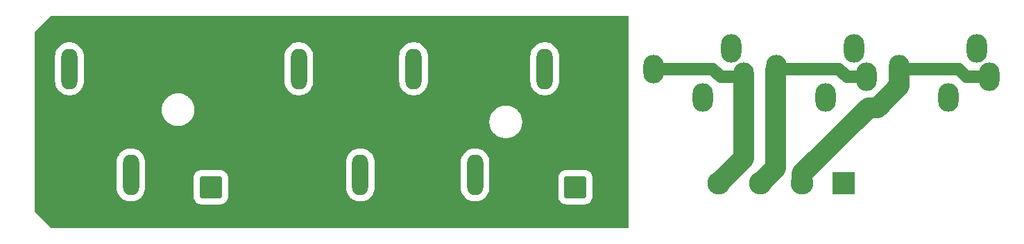
<source format=gbr>
%TF.GenerationSoftware,KiCad,Pcbnew,7.0.7*%
%TF.CreationDate,2023-09-16T18:41:48+02:00*%
%TF.ProjectId,dew_connector_pcb,6465775f-636f-46e6-9e65-63746f725f70,rev?*%
%TF.SameCoordinates,Original*%
%TF.FileFunction,Copper,L2,Bot*%
%TF.FilePolarity,Positive*%
%FSLAX46Y46*%
G04 Gerber Fmt 4.6, Leading zero omitted, Abs format (unit mm)*
G04 Created by KiCad (PCBNEW 7.0.7) date 2023-09-16 18:41:48*
%MOMM*%
%LPD*%
G01*
G04 APERTURE LIST*
G04 Aperture macros list*
%AMRoundRect*
0 Rectangle with rounded corners*
0 $1 Rounding radius*
0 $2 $3 $4 $5 $6 $7 $8 $9 X,Y pos of 4 corners*
0 Add a 4 corners polygon primitive as box body*
4,1,4,$2,$3,$4,$5,$6,$7,$8,$9,$2,$3,0*
0 Add four circle primitives for the rounded corners*
1,1,$1+$1,$2,$3*
1,1,$1+$1,$4,$5*
1,1,$1+$1,$6,$7*
1,1,$1+$1,$8,$9*
0 Add four rect primitives between the rounded corners*
20,1,$1+$1,$2,$3,$4,$5,0*
20,1,$1+$1,$4,$5,$6,$7,0*
20,1,$1+$1,$6,$7,$8,$9,0*
20,1,$1+$1,$8,$9,$2,$3,0*%
G04 Aperture macros list end*
%TA.AperFunction,ComponentPad*%
%ADD10O,2.000000X5.000000*%
%TD*%
%TA.AperFunction,ComponentPad*%
%ADD11O,5.000000X2.000000*%
%TD*%
%TA.AperFunction,ComponentPad*%
%ADD12O,2.500000X3.500000*%
%TD*%
%TA.AperFunction,ComponentPad*%
%ADD13RoundRect,0.250001X1.099999X-1.099999X1.099999X1.099999X-1.099999X1.099999X-1.099999X-1.099999X0*%
%TD*%
%TA.AperFunction,ComponentPad*%
%ADD14C,2.700000*%
%TD*%
%TA.AperFunction,ComponentPad*%
%ADD15R,2.780000X2.780000*%
%TD*%
%TA.AperFunction,ComponentPad*%
%ADD16C,2.780000*%
%TD*%
%TA.AperFunction,Conductor*%
%ADD17C,1.500000*%
%TD*%
%TA.AperFunction,Conductor*%
%ADD18C,2.500000*%
%TD*%
G04 APERTURE END LIST*
D10*
%TO.P,J23,1*%
%TO.N,+12V*%
X103750000Y-69000000D03*
D11*
%TO.P,J23,2*%
%TO.N,GND*%
X100000000Y-65250000D03*
D10*
%TO.P,J23,MP,MountPin*%
X96250000Y-69000000D03*
%TD*%
%TO.P,J11,1*%
%TO.N,+15V*%
X61750000Y-69000000D03*
D11*
%TO.P,J11,2*%
%TO.N,GND*%
X58000000Y-65250000D03*
D10*
%TO.P,J11,MP,MountPin*%
X54250000Y-69000000D03*
%TD*%
%TO.P,J30,1*%
%TO.N,+12L*%
X112250000Y-56000000D03*
D11*
%TO.P,J30,2*%
%TO.N,GND*%
X116000000Y-59750000D03*
D10*
%TO.P,J30,MP,MountPin*%
X119750000Y-56000000D03*
%TD*%
%TO.P,J20,1*%
%TO.N,+12V*%
X82250000Y-56000000D03*
D11*
%TO.P,J20,2*%
%TO.N,GND*%
X86000000Y-59750000D03*
D10*
%TO.P,J20,MP,MountPin*%
X89750000Y-56000000D03*
%TD*%
%TO.P,J21,1*%
%TO.N,+12V*%
X89750000Y-69000000D03*
D11*
%TO.P,J21,2*%
%TO.N,GND*%
X86000000Y-65250000D03*
D10*
%TO.P,J21,MP,MountPin*%
X82250000Y-69000000D03*
%TD*%
%TO.P,J22,1*%
%TO.N,+12V*%
X96250000Y-56000000D03*
D11*
%TO.P,J22,2*%
%TO.N,GND*%
X100000000Y-59750000D03*
D10*
%TO.P,J22,MP,MountPin*%
X103750000Y-56000000D03*
%TD*%
%TO.P,J10,1*%
%TO.N,+15V*%
X54250000Y-56000000D03*
D11*
%TO.P,J10,2*%
%TO.N,GND*%
X58000000Y-59750000D03*
D10*
%TO.P,J10,MP,MountPin*%
X61750000Y-56000000D03*
%TD*%
D12*
%TO.P,J43,1,Pin_1*%
%TO.N,Net-(J40-Pin_4)*%
X136500000Y-57000000D03*
X125500000Y-56000000D03*
%TO.P,J43,2,Pin_2*%
%TO.N,+12P*%
X135000000Y-53500000D03*
X131500000Y-59500000D03*
%TD*%
D13*
%TO.P,J12,1,Pin_1*%
%TO.N,+15V*%
X71500000Y-70500000D03*
D14*
%TO.P,J12,2,Pin_2*%
%TO.N,GND*%
X71500000Y-66540000D03*
%TD*%
D13*
%TO.P,J31,1,Pin_1*%
%TO.N,+12L*%
X116000000Y-70500000D03*
D14*
%TO.P,J31,2,Pin_2*%
%TO.N,GND*%
X116000000Y-66540000D03*
%TD*%
D15*
%TO.P,J40,1,Pin_1*%
%TO.N,+12P*%
X148740000Y-70000000D03*
D16*
%TO.P,J40,2,Pin_2*%
%TO.N,Net-(J40-Pin_2)*%
X143660000Y-70000000D03*
%TO.P,J40,3,Pin_3*%
%TO.N,Net-(J40-Pin_3)*%
X138580000Y-70000000D03*
%TO.P,J40,4,Pin_4*%
%TO.N,Net-(J40-Pin_4)*%
X133500000Y-70000000D03*
%TD*%
D12*
%TO.P,J41,1,Pin_1*%
%TO.N,Net-(J40-Pin_2)*%
X166500000Y-57000000D03*
X155500000Y-56000000D03*
%TO.P,J41,2,Pin_2*%
%TO.N,+12P*%
X165000000Y-53500000D03*
X161500000Y-59500000D03*
%TD*%
%TO.P,J42,1,Pin_1*%
%TO.N,Net-(J40-Pin_3)*%
X151500000Y-57000000D03*
X140500000Y-56000000D03*
%TO.P,J42,2,Pin_2*%
%TO.N,+12P*%
X150000000Y-53500000D03*
X146500000Y-59500000D03*
%TD*%
D17*
%TO.N,Net-(J40-Pin_2)*%
X163750000Y-57000000D02*
X166500000Y-57000000D01*
D18*
X151750000Y-60750000D02*
X152846194Y-60750000D01*
X143660000Y-68840000D02*
X151750000Y-60750000D01*
D17*
X162750000Y-56000000D02*
X163750000Y-57000000D01*
D18*
X152846194Y-60750000D02*
X155500000Y-58096194D01*
D17*
X155500000Y-56000000D02*
X162750000Y-56000000D01*
D18*
X155500000Y-58096194D02*
X155500000Y-56000000D01*
X143660000Y-70000000D02*
X143660000Y-68840000D01*
%TO.N,Net-(J40-Pin_3)*%
X138580000Y-70000000D02*
X140410499Y-68169501D01*
D17*
X148110913Y-56000000D02*
X149110913Y-57000000D01*
D18*
X140410499Y-56089501D02*
X140500000Y-56000000D01*
D17*
X140500000Y-56000000D02*
X148110913Y-56000000D01*
D18*
X140410499Y-68169501D02*
X140410499Y-56089501D01*
D17*
X149110913Y-57000000D02*
X151500000Y-57000000D01*
%TO.N,Net-(J40-Pin_4)*%
X133750000Y-57000000D02*
X136500000Y-57000000D01*
D18*
X136500000Y-67000000D02*
X136500000Y-57000000D01*
D17*
X125500000Y-56000000D02*
X132750000Y-56000000D01*
X132750000Y-56000000D02*
X133750000Y-57000000D01*
D18*
X133500000Y-70000000D02*
X136500000Y-67000000D01*
%TD*%
%TA.AperFunction,Conductor*%
%TO.N,GND*%
G36*
X122442121Y-49520502D02*
G01*
X122488614Y-49574158D01*
X122500000Y-49626500D01*
X122500000Y-75373500D01*
X122479998Y-75441621D01*
X122426342Y-75488114D01*
X122374000Y-75499500D01*
X52052397Y-75499500D01*
X51984276Y-75479498D01*
X51963302Y-75462595D01*
X50037405Y-73536697D01*
X50003379Y-73474385D01*
X50000500Y-73447602D01*
X50000500Y-70565497D01*
X59999500Y-70565497D01*
X60014198Y-70761632D01*
X60072580Y-71017417D01*
X60072581Y-71017419D01*
X60168430Y-71261639D01*
X60168433Y-71261647D01*
X60299611Y-71488853D01*
X60299613Y-71488856D01*
X60299614Y-71488857D01*
X60463195Y-71693981D01*
X60655521Y-71872433D01*
X60655527Y-71872437D01*
X60872286Y-72020222D01*
X60872293Y-72020226D01*
X60872296Y-72020228D01*
X61008570Y-72085854D01*
X61108672Y-72134061D01*
X61108685Y-72134066D01*
X61359380Y-72211395D01*
X61359383Y-72211395D01*
X61359385Y-72211396D01*
X61618818Y-72250500D01*
X61618823Y-72250500D01*
X61881177Y-72250500D01*
X61881182Y-72250500D01*
X62140615Y-72211396D01*
X62140617Y-72211395D01*
X62140619Y-72211395D01*
X62391314Y-72134066D01*
X62391316Y-72134064D01*
X62391323Y-72134063D01*
X62627704Y-72020228D01*
X62844479Y-71872433D01*
X63036805Y-71693981D01*
X63065470Y-71658036D01*
X69399500Y-71658036D01*
X69410114Y-71777417D01*
X69437302Y-71872437D01*
X69466092Y-71973051D01*
X69550197Y-72134063D01*
X69560302Y-72153407D01*
X69688891Y-72311109D01*
X69846593Y-72439698D01*
X70026951Y-72533909D01*
X70222583Y-72589886D01*
X70341964Y-72600500D01*
X70341968Y-72600500D01*
X72658032Y-72600500D01*
X72658036Y-72600500D01*
X72777417Y-72589886D01*
X72973049Y-72533909D01*
X73153407Y-72439698D01*
X73311109Y-72311109D01*
X73439698Y-72153407D01*
X73533909Y-71973049D01*
X73589886Y-71777417D01*
X73600500Y-71658036D01*
X73600500Y-70565497D01*
X87999500Y-70565497D01*
X88014198Y-70761632D01*
X88072580Y-71017417D01*
X88072581Y-71017419D01*
X88168430Y-71261639D01*
X88168433Y-71261647D01*
X88299611Y-71488853D01*
X88299613Y-71488856D01*
X88299614Y-71488857D01*
X88463195Y-71693981D01*
X88655521Y-71872433D01*
X88655527Y-71872437D01*
X88872286Y-72020222D01*
X88872293Y-72020226D01*
X88872296Y-72020228D01*
X89008570Y-72085854D01*
X89108672Y-72134061D01*
X89108685Y-72134066D01*
X89359380Y-72211395D01*
X89359383Y-72211395D01*
X89359385Y-72211396D01*
X89618818Y-72250500D01*
X89618823Y-72250500D01*
X89881177Y-72250500D01*
X89881182Y-72250500D01*
X90140615Y-72211396D01*
X90140617Y-72211395D01*
X90140619Y-72211395D01*
X90391314Y-72134066D01*
X90391316Y-72134064D01*
X90391323Y-72134063D01*
X90627704Y-72020228D01*
X90844479Y-71872433D01*
X91036805Y-71693981D01*
X91200386Y-71488857D01*
X91331568Y-71261643D01*
X91427420Y-71017416D01*
X91485802Y-70761630D01*
X91500500Y-70565497D01*
X101999500Y-70565497D01*
X102014198Y-70761632D01*
X102072580Y-71017417D01*
X102072581Y-71017419D01*
X102168430Y-71261639D01*
X102168433Y-71261647D01*
X102299611Y-71488853D01*
X102299613Y-71488856D01*
X102299614Y-71488857D01*
X102463195Y-71693981D01*
X102655521Y-71872433D01*
X102655527Y-71872437D01*
X102872286Y-72020222D01*
X102872293Y-72020226D01*
X102872296Y-72020228D01*
X103008570Y-72085854D01*
X103108672Y-72134061D01*
X103108685Y-72134066D01*
X103359380Y-72211395D01*
X103359383Y-72211395D01*
X103359385Y-72211396D01*
X103618818Y-72250500D01*
X103618823Y-72250500D01*
X103881177Y-72250500D01*
X103881182Y-72250500D01*
X104140615Y-72211396D01*
X104140617Y-72211395D01*
X104140619Y-72211395D01*
X104391314Y-72134066D01*
X104391316Y-72134064D01*
X104391323Y-72134063D01*
X104627704Y-72020228D01*
X104844479Y-71872433D01*
X105036805Y-71693981D01*
X105065470Y-71658036D01*
X113899500Y-71658036D01*
X113910114Y-71777417D01*
X113937302Y-71872437D01*
X113966092Y-71973051D01*
X114050197Y-72134063D01*
X114060302Y-72153407D01*
X114188891Y-72311109D01*
X114346593Y-72439698D01*
X114526951Y-72533909D01*
X114722583Y-72589886D01*
X114841964Y-72600500D01*
X114841968Y-72600500D01*
X117158032Y-72600500D01*
X117158036Y-72600500D01*
X117277417Y-72589886D01*
X117473049Y-72533909D01*
X117653407Y-72439698D01*
X117811109Y-72311109D01*
X117939698Y-72153407D01*
X118033909Y-71973049D01*
X118089886Y-71777417D01*
X118100500Y-71658036D01*
X118100500Y-69341964D01*
X118089886Y-69222583D01*
X118033909Y-69026951D01*
X117939698Y-68846593D01*
X117811109Y-68688891D01*
X117653407Y-68560302D01*
X117653405Y-68560301D01*
X117653404Y-68560300D01*
X117473051Y-68466092D01*
X117473050Y-68466091D01*
X117473049Y-68466091D01*
X117277417Y-68410114D01*
X117158036Y-68399500D01*
X114841964Y-68399500D01*
X114722583Y-68410114D01*
X114526948Y-68466092D01*
X114346595Y-68560300D01*
X114188891Y-68688891D01*
X114060300Y-68846595D01*
X113966092Y-69026948D01*
X113966091Y-69026950D01*
X113966091Y-69026951D01*
X113910114Y-69222583D01*
X113899500Y-69341964D01*
X113899500Y-71658036D01*
X105065470Y-71658036D01*
X105200386Y-71488857D01*
X105331568Y-71261643D01*
X105427420Y-71017416D01*
X105485802Y-70761630D01*
X105500500Y-70565494D01*
X105500500Y-67434506D01*
X105485802Y-67238370D01*
X105427420Y-66982584D01*
X105331568Y-66738357D01*
X105331567Y-66738356D01*
X105331566Y-66738352D01*
X105200388Y-66511146D01*
X105036804Y-66306018D01*
X105021851Y-66292144D01*
X104844479Y-66127567D01*
X104844472Y-66127562D01*
X104627713Y-65979777D01*
X104627706Y-65979773D01*
X104391327Y-65865938D01*
X104391314Y-65865933D01*
X104140619Y-65788604D01*
X104025311Y-65771224D01*
X103881182Y-65749500D01*
X103618818Y-65749500D01*
X103489101Y-65769052D01*
X103359380Y-65788604D01*
X103108685Y-65865933D01*
X103108672Y-65865938D01*
X102872293Y-65979773D01*
X102872286Y-65979777D01*
X102655527Y-66127562D01*
X102655522Y-66127566D01*
X102463195Y-66306018D01*
X102299611Y-66511146D01*
X102168433Y-66738352D01*
X102168430Y-66738360D01*
X102072581Y-66982580D01*
X102072580Y-66982582D01*
X102014198Y-67238367D01*
X101999500Y-67434503D01*
X101999500Y-70565497D01*
X91500500Y-70565497D01*
X91500500Y-70565494D01*
X91500500Y-67434506D01*
X91485802Y-67238370D01*
X91427420Y-66982584D01*
X91331568Y-66738357D01*
X91331567Y-66738356D01*
X91331566Y-66738352D01*
X91200388Y-66511146D01*
X91036804Y-66306018D01*
X91021851Y-66292144D01*
X90844479Y-66127567D01*
X90844472Y-66127562D01*
X90627713Y-65979777D01*
X90627706Y-65979773D01*
X90391327Y-65865938D01*
X90391314Y-65865933D01*
X90140619Y-65788604D01*
X90025311Y-65771224D01*
X89881182Y-65749500D01*
X89618818Y-65749500D01*
X89489101Y-65769052D01*
X89359380Y-65788604D01*
X89108685Y-65865933D01*
X89108672Y-65865938D01*
X88872293Y-65979773D01*
X88872286Y-65979777D01*
X88655527Y-66127562D01*
X88655522Y-66127566D01*
X88463195Y-66306018D01*
X88299611Y-66511146D01*
X88168433Y-66738352D01*
X88168430Y-66738360D01*
X88072581Y-66982580D01*
X88072580Y-66982582D01*
X88014198Y-67238367D01*
X87999500Y-67434503D01*
X87999500Y-70565497D01*
X73600500Y-70565497D01*
X73600500Y-69341964D01*
X73589886Y-69222583D01*
X73533909Y-69026951D01*
X73439698Y-68846593D01*
X73311109Y-68688891D01*
X73153407Y-68560302D01*
X73153405Y-68560301D01*
X73153404Y-68560300D01*
X72973051Y-68466092D01*
X72973050Y-68466091D01*
X72973049Y-68466091D01*
X72777417Y-68410114D01*
X72658036Y-68399500D01*
X70341964Y-68399500D01*
X70222583Y-68410114D01*
X70026948Y-68466092D01*
X69846595Y-68560300D01*
X69688891Y-68688891D01*
X69560300Y-68846595D01*
X69466092Y-69026948D01*
X69466091Y-69026950D01*
X69466091Y-69026951D01*
X69410114Y-69222583D01*
X69399500Y-69341964D01*
X69399500Y-71658036D01*
X63065470Y-71658036D01*
X63200386Y-71488857D01*
X63331568Y-71261643D01*
X63427420Y-71017416D01*
X63485802Y-70761630D01*
X63500500Y-70565494D01*
X63500500Y-67434506D01*
X63485802Y-67238370D01*
X63427420Y-66982584D01*
X63331568Y-66738357D01*
X63331567Y-66738356D01*
X63331566Y-66738352D01*
X63200388Y-66511146D01*
X63036804Y-66306018D01*
X63021851Y-66292144D01*
X62844479Y-66127567D01*
X62844472Y-66127562D01*
X62627713Y-65979777D01*
X62627706Y-65979773D01*
X62391327Y-65865938D01*
X62391314Y-65865933D01*
X62140619Y-65788604D01*
X62025311Y-65771224D01*
X61881182Y-65749500D01*
X61618818Y-65749500D01*
X61489101Y-65769052D01*
X61359380Y-65788604D01*
X61108685Y-65865933D01*
X61108672Y-65865938D01*
X60872293Y-65979773D01*
X60872286Y-65979777D01*
X60655527Y-66127562D01*
X60655522Y-66127566D01*
X60463195Y-66306018D01*
X60299611Y-66511146D01*
X60168433Y-66738352D01*
X60168430Y-66738360D01*
X60072581Y-66982580D01*
X60072580Y-66982582D01*
X60014198Y-67238367D01*
X59999500Y-67434503D01*
X59999500Y-70565497D01*
X50000500Y-70565497D01*
X50000500Y-60999999D01*
X65494390Y-60999999D01*
X65502387Y-61111819D01*
X65502548Y-61116315D01*
X65502548Y-61142865D01*
X65504753Y-61158197D01*
X65506326Y-61169139D01*
X65506805Y-61173601D01*
X65514803Y-61285427D01*
X65538629Y-61394958D01*
X65539428Y-61399385D01*
X65543206Y-61425663D01*
X65550690Y-61451150D01*
X65551802Y-61455509D01*
X65575628Y-61565037D01*
X65575630Y-61565044D01*
X65614807Y-61670084D01*
X65616227Y-61674351D01*
X65623705Y-61699816D01*
X65634735Y-61723969D01*
X65636456Y-61728126D01*
X65675633Y-61833162D01*
X65729345Y-61931529D01*
X65731359Y-61935552D01*
X65742392Y-61959712D01*
X65756755Y-61982061D01*
X65759050Y-61985930D01*
X65812770Y-62084309D01*
X65812772Y-62084312D01*
X65812774Y-62084315D01*
X65879962Y-62174068D01*
X65882522Y-62177756D01*
X65896870Y-62200084D01*
X65914256Y-62220147D01*
X65917073Y-62223642D01*
X65984261Y-62313395D01*
X66063523Y-62392657D01*
X66066582Y-62395942D01*
X66083978Y-62416019D01*
X66104056Y-62433416D01*
X66107334Y-62436468D01*
X66186605Y-62515739D01*
X66276344Y-62582917D01*
X66276346Y-62582918D01*
X66279841Y-62585734D01*
X66299914Y-62603127D01*
X66309055Y-62609002D01*
X66322247Y-62617480D01*
X66325940Y-62620044D01*
X66415685Y-62687226D01*
X66415687Y-62687227D01*
X66514064Y-62740946D01*
X66517927Y-62743237D01*
X66524511Y-62747468D01*
X66540288Y-62757607D01*
X66564440Y-62768636D01*
X66568453Y-62770644D01*
X66666839Y-62824367D01*
X66771903Y-62863554D01*
X66776006Y-62865253D01*
X66800179Y-62876293D01*
X66808452Y-62878722D01*
X66825648Y-62883772D01*
X66829916Y-62885192D01*
X66856100Y-62894958D01*
X66934954Y-62924369D01*
X67044517Y-62948202D01*
X67048848Y-62949309D01*
X67054284Y-62950905D01*
X67074326Y-62956790D01*
X67100645Y-62960574D01*
X67104988Y-62961357D01*
X67214572Y-62985196D01*
X67326423Y-62993195D01*
X67330820Y-62993668D01*
X67350468Y-62996492D01*
X67357135Y-62997452D01*
X67383683Y-62997452D01*
X67388179Y-62997613D01*
X67426050Y-63000321D01*
X67500000Y-63005610D01*
X67573949Y-63000321D01*
X67611821Y-62997613D01*
X67616317Y-62997452D01*
X67642865Y-62997452D01*
X67649531Y-62996492D01*
X67669179Y-62993667D01*
X67673548Y-62993197D01*
X67785428Y-62985196D01*
X67894985Y-62961363D01*
X67899376Y-62960570D01*
X67925674Y-62956790D01*
X67951164Y-62949305D01*
X67955501Y-62948198D01*
X68065046Y-62924369D01*
X68170110Y-62885181D01*
X68174324Y-62883779D01*
X68199821Y-62876293D01*
X68223991Y-62865254D01*
X68228102Y-62863551D01*
X68333161Y-62824367D01*
X68431546Y-62770644D01*
X68435550Y-62768640D01*
X68459705Y-62757609D01*
X68459711Y-62757604D01*
X68459722Y-62757600D01*
X68482075Y-62743234D01*
X68485907Y-62740960D01*
X68584315Y-62687226D01*
X68674094Y-62620017D01*
X68677716Y-62617503D01*
X68700086Y-62603127D01*
X68720188Y-62585708D01*
X68723604Y-62582955D01*
X68813395Y-62515739D01*
X68829135Y-62499999D01*
X105494390Y-62499999D01*
X105502387Y-62611819D01*
X105502548Y-62616315D01*
X105502548Y-62642865D01*
X105504753Y-62658197D01*
X105506326Y-62669139D01*
X105506805Y-62673601D01*
X105514803Y-62785427D01*
X105538629Y-62894958D01*
X105539428Y-62899385D01*
X105543206Y-62925663D01*
X105550690Y-62951150D01*
X105551802Y-62955509D01*
X105575628Y-63065037D01*
X105575630Y-63065044D01*
X105614807Y-63170084D01*
X105616227Y-63174351D01*
X105623705Y-63199816D01*
X105634735Y-63223969D01*
X105636456Y-63228126D01*
X105675633Y-63333162D01*
X105729345Y-63431529D01*
X105731359Y-63435552D01*
X105742392Y-63459712D01*
X105756755Y-63482061D01*
X105759050Y-63485930D01*
X105812770Y-63584309D01*
X105812772Y-63584312D01*
X105812774Y-63584315D01*
X105879962Y-63674068D01*
X105882522Y-63677756D01*
X105896870Y-63700084D01*
X105914256Y-63720147D01*
X105917073Y-63723642D01*
X105984261Y-63813395D01*
X106063523Y-63892657D01*
X106066582Y-63895942D01*
X106083978Y-63916019D01*
X106104056Y-63933416D01*
X106107334Y-63936468D01*
X106186605Y-64015739D01*
X106276344Y-64082917D01*
X106276346Y-64082918D01*
X106279841Y-64085734D01*
X106299914Y-64103127D01*
X106299916Y-64103128D01*
X106322247Y-64117480D01*
X106325940Y-64120044D01*
X106415685Y-64187226D01*
X106415687Y-64187227D01*
X106514064Y-64240946D01*
X106517927Y-64243237D01*
X106524511Y-64247468D01*
X106540288Y-64257607D01*
X106564440Y-64268636D01*
X106568453Y-64270644D01*
X106666839Y-64324367D01*
X106771903Y-64363554D01*
X106776006Y-64365253D01*
X106800179Y-64376293D01*
X106808452Y-64378722D01*
X106825648Y-64383772D01*
X106829916Y-64385192D01*
X106860394Y-64396559D01*
X106934954Y-64424369D01*
X107044517Y-64448202D01*
X107048848Y-64449309D01*
X107054284Y-64450905D01*
X107074326Y-64456790D01*
X107100645Y-64460574D01*
X107104988Y-64461357D01*
X107214572Y-64485196D01*
X107326423Y-64493195D01*
X107330820Y-64493668D01*
X107350468Y-64496492D01*
X107357135Y-64497452D01*
X107383683Y-64497452D01*
X107388179Y-64497613D01*
X107426050Y-64500321D01*
X107500000Y-64505610D01*
X107573949Y-64500321D01*
X107611821Y-64497613D01*
X107616317Y-64497452D01*
X107642865Y-64497452D01*
X107649531Y-64496492D01*
X107669179Y-64493667D01*
X107673548Y-64493197D01*
X107785428Y-64485196D01*
X107894985Y-64461363D01*
X107899376Y-64460570D01*
X107925674Y-64456790D01*
X107951164Y-64449305D01*
X107955501Y-64448198D01*
X108065046Y-64424369D01*
X108170110Y-64385181D01*
X108174324Y-64383779D01*
X108199821Y-64376293D01*
X108223991Y-64365254D01*
X108228102Y-64363551D01*
X108333161Y-64324367D01*
X108431546Y-64270644D01*
X108435550Y-64268640D01*
X108459705Y-64257609D01*
X108459711Y-64257604D01*
X108459722Y-64257600D01*
X108482075Y-64243234D01*
X108485907Y-64240960D01*
X108584315Y-64187226D01*
X108674094Y-64120017D01*
X108677716Y-64117503D01*
X108700086Y-64103127D01*
X108720188Y-64085708D01*
X108723604Y-64082955D01*
X108813395Y-64015739D01*
X108892686Y-63936447D01*
X108895938Y-63933420D01*
X108916020Y-63916020D01*
X108933420Y-63895938D01*
X108936447Y-63892686D01*
X109015739Y-63813395D01*
X109082955Y-63723603D01*
X109085701Y-63720195D01*
X109103127Y-63700086D01*
X109117503Y-63677716D01*
X109120017Y-63674094D01*
X109187226Y-63584315D01*
X109240968Y-63485892D01*
X109243234Y-63482075D01*
X109257600Y-63459722D01*
X109257605Y-63459710D01*
X109257610Y-63459703D01*
X109268640Y-63435550D01*
X109270644Y-63431546D01*
X109324367Y-63333161D01*
X109363551Y-63228102D01*
X109365254Y-63223991D01*
X109376293Y-63199821D01*
X109383779Y-63174324D01*
X109385181Y-63170110D01*
X109424369Y-63065046D01*
X109448198Y-62955501D01*
X109449305Y-62951164D01*
X109456790Y-62925674D01*
X109460570Y-62899376D01*
X109461363Y-62894985D01*
X109485196Y-62785428D01*
X109493195Y-62673576D01*
X109493668Y-62669179D01*
X109497015Y-62645897D01*
X109497503Y-62642508D01*
X109497463Y-62642245D01*
X109497470Y-62641813D01*
X109498106Y-62606146D01*
X109498254Y-62602841D01*
X109505610Y-62500000D01*
X109498255Y-62397163D01*
X109498106Y-62393850D01*
X109497462Y-62357752D01*
X109497513Y-62357566D01*
X109497452Y-62357139D01*
X109493668Y-62330820D01*
X109493195Y-62326423D01*
X109485196Y-62214572D01*
X109461357Y-62104988D01*
X109460574Y-62100645D01*
X109456790Y-62074326D01*
X109449308Y-62048846D01*
X109448202Y-62044517D01*
X109424369Y-61934954D01*
X109396559Y-61860394D01*
X109385192Y-61829916D01*
X109383772Y-61825648D01*
X109376293Y-61800180D01*
X109376290Y-61800173D01*
X109365253Y-61776006D01*
X109363554Y-61771903D01*
X109324367Y-61666839D01*
X109270644Y-61568453D01*
X109268636Y-61564440D01*
X109257605Y-61540285D01*
X109246996Y-61523778D01*
X109243237Y-61517926D01*
X109240946Y-61514064D01*
X109187227Y-61415687D01*
X109120046Y-61325943D01*
X109117480Y-61322247D01*
X109103129Y-61299917D01*
X109103128Y-61299916D01*
X109103127Y-61299914D01*
X109085731Y-61279838D01*
X109082934Y-61276367D01*
X109015739Y-61186605D01*
X108936468Y-61107334D01*
X108933416Y-61104056D01*
X108916019Y-61083978D01*
X108895942Y-61066582D01*
X108892662Y-61063528D01*
X108813395Y-60984261D01*
X108723652Y-60917080D01*
X108720150Y-60914258D01*
X108700084Y-60896871D01*
X108686558Y-60888179D01*
X108677755Y-60882521D01*
X108674059Y-60879955D01*
X108608472Y-60830858D01*
X108584315Y-60812774D01*
X108584310Y-60812771D01*
X108584309Y-60812770D01*
X108485930Y-60759050D01*
X108482061Y-60756755D01*
X108459712Y-60742392D01*
X108435552Y-60731359D01*
X108431529Y-60729345D01*
X108333162Y-60675633D01*
X108228126Y-60636456D01*
X108223969Y-60634735D01*
X108199825Y-60623709D01*
X108199821Y-60623707D01*
X108199819Y-60623706D01*
X108199816Y-60623705D01*
X108174351Y-60616227D01*
X108170084Y-60614807D01*
X108065044Y-60575630D01*
X108065040Y-60575629D01*
X107955507Y-60551802D01*
X107951143Y-60550688D01*
X107945724Y-60549096D01*
X107925662Y-60543206D01*
X107899385Y-60539428D01*
X107894958Y-60538629D01*
X107785427Y-60514803D01*
X107673601Y-60506805D01*
X107669139Y-60506326D01*
X107658197Y-60504753D01*
X107642865Y-60502548D01*
X107642861Y-60502548D01*
X107616317Y-60502548D01*
X107611821Y-60502387D01*
X107500000Y-60494390D01*
X107388179Y-60502387D01*
X107383683Y-60502548D01*
X107357137Y-60502548D01*
X107330858Y-60506326D01*
X107326386Y-60506807D01*
X107214573Y-60514803D01*
X107105042Y-60538629D01*
X107100614Y-60539428D01*
X107074332Y-60543205D01*
X107048846Y-60550690D01*
X107044487Y-60551802D01*
X106934961Y-60575628D01*
X106829917Y-60614805D01*
X106825657Y-60616223D01*
X106805979Y-60622003D01*
X106800586Y-60623587D01*
X106800170Y-60623709D01*
X106776025Y-60634736D01*
X106771871Y-60636457D01*
X106666849Y-60675629D01*
X106666838Y-60675633D01*
X106568464Y-60729348D01*
X106564442Y-60731361D01*
X106540286Y-60742392D01*
X106517946Y-60756749D01*
X106514079Y-60759044D01*
X106415689Y-60812771D01*
X106415685Y-60812774D01*
X106325938Y-60879956D01*
X106322245Y-60882520D01*
X106306335Y-60892745D01*
X106299917Y-60896869D01*
X106284655Y-60910095D01*
X106279833Y-60914271D01*
X106276342Y-60917083D01*
X106186602Y-60984263D01*
X106107336Y-61063528D01*
X106104044Y-61066593D01*
X106083979Y-61083979D01*
X106066593Y-61104044D01*
X106063528Y-61107336D01*
X105984263Y-61186602D01*
X105917079Y-61276348D01*
X105914257Y-61279850D01*
X105896880Y-61299903D01*
X105882518Y-61322248D01*
X105879955Y-61325938D01*
X105812774Y-61415685D01*
X105812771Y-61415689D01*
X105759044Y-61514079D01*
X105756749Y-61517946D01*
X105742392Y-61540286D01*
X105731361Y-61564442D01*
X105729348Y-61568464D01*
X105675633Y-61666838D01*
X105675629Y-61666849D01*
X105636457Y-61771871D01*
X105634736Y-61776025D01*
X105623708Y-61800173D01*
X105616224Y-61825653D01*
X105614806Y-61829916D01*
X105575628Y-61934961D01*
X105551802Y-62044487D01*
X105550690Y-62048846D01*
X105543205Y-62074332D01*
X105539428Y-62100614D01*
X105538629Y-62105042D01*
X105514803Y-62214573D01*
X105506807Y-62326386D01*
X105506326Y-62330858D01*
X105502548Y-62357137D01*
X105502548Y-62383683D01*
X105502387Y-62388179D01*
X105494390Y-62499999D01*
X68829135Y-62499999D01*
X68892686Y-62436447D01*
X68895938Y-62433420D01*
X68916020Y-62416020D01*
X68933420Y-62395938D01*
X68936447Y-62392686D01*
X69015739Y-62313395D01*
X69082955Y-62223603D01*
X69085701Y-62220195D01*
X69103127Y-62200086D01*
X69117503Y-62177716D01*
X69120017Y-62174094D01*
X69187226Y-62084315D01*
X69240985Y-61985861D01*
X69243242Y-61982061D01*
X69245092Y-61979184D01*
X69245517Y-61978525D01*
X69251535Y-61969157D01*
X69257600Y-61959722D01*
X69257605Y-61959712D01*
X69257608Y-61959708D01*
X69268640Y-61935550D01*
X69270644Y-61931546D01*
X69324367Y-61833161D01*
X69363551Y-61728102D01*
X69365254Y-61723991D01*
X69376293Y-61699821D01*
X69383779Y-61674324D01*
X69385181Y-61670110D01*
X69424369Y-61565046D01*
X69448198Y-61455501D01*
X69449305Y-61451164D01*
X69456790Y-61425674D01*
X69460570Y-61399376D01*
X69461363Y-61394985D01*
X69485196Y-61285428D01*
X69493195Y-61173576D01*
X69493668Y-61169179D01*
X69497015Y-61145897D01*
X69497503Y-61142508D01*
X69497463Y-61142245D01*
X69497925Y-61116315D01*
X69498106Y-61106146D01*
X69498254Y-61102841D01*
X69505610Y-61000000D01*
X69498255Y-60897163D01*
X69498106Y-60893850D01*
X69497462Y-60857752D01*
X69497513Y-60857566D01*
X69497452Y-60857139D01*
X69493668Y-60830820D01*
X69493195Y-60826423D01*
X69485196Y-60714572D01*
X69461357Y-60604988D01*
X69460574Y-60600645D01*
X69456790Y-60574326D01*
X69449308Y-60548846D01*
X69448202Y-60544517D01*
X69424369Y-60434954D01*
X69385192Y-60329916D01*
X69383772Y-60325648D01*
X69376293Y-60300180D01*
X69376290Y-60300173D01*
X69365253Y-60276006D01*
X69363554Y-60271903D01*
X69324367Y-60166839D01*
X69270644Y-60068453D01*
X69268636Y-60064440D01*
X69257605Y-60040285D01*
X69246996Y-60023778D01*
X69243237Y-60017926D01*
X69240946Y-60014064D01*
X69187227Y-59915687D01*
X69120046Y-59825943D01*
X69117480Y-59822247D01*
X69103129Y-59799917D01*
X69103128Y-59799916D01*
X69103127Y-59799914D01*
X69085731Y-59779838D01*
X69082934Y-59776367D01*
X69015739Y-59686605D01*
X68936468Y-59607334D01*
X68933416Y-59604056D01*
X68916019Y-59583978D01*
X68895942Y-59566582D01*
X68892662Y-59563528D01*
X68813395Y-59484261D01*
X68723652Y-59417080D01*
X68720150Y-59414258D01*
X68700084Y-59396871D01*
X68689620Y-59390147D01*
X68677755Y-59382521D01*
X68674059Y-59379955D01*
X68591181Y-59317914D01*
X68584315Y-59312774D01*
X68584310Y-59312771D01*
X68584309Y-59312770D01*
X68485930Y-59259050D01*
X68482061Y-59256755D01*
X68459712Y-59242392D01*
X68435552Y-59231359D01*
X68431529Y-59229345D01*
X68333162Y-59175633D01*
X68228126Y-59136456D01*
X68223969Y-59134735D01*
X68199825Y-59123709D01*
X68199821Y-59123707D01*
X68199819Y-59123706D01*
X68199816Y-59123705D01*
X68174351Y-59116227D01*
X68170084Y-59114807D01*
X68065044Y-59075630D01*
X68065040Y-59075629D01*
X67955507Y-59051802D01*
X67951143Y-59050688D01*
X67945724Y-59049096D01*
X67925662Y-59043206D01*
X67899385Y-59039428D01*
X67894958Y-59038629D01*
X67785427Y-59014803D01*
X67673601Y-59006805D01*
X67669139Y-59006326D01*
X67658197Y-59004753D01*
X67642865Y-59002548D01*
X67642861Y-59002548D01*
X67616317Y-59002548D01*
X67611821Y-59002387D01*
X67500000Y-58994390D01*
X67388179Y-59002387D01*
X67383683Y-59002548D01*
X67357137Y-59002548D01*
X67330858Y-59006326D01*
X67326386Y-59006807D01*
X67214573Y-59014803D01*
X67105042Y-59038629D01*
X67100614Y-59039428D01*
X67074332Y-59043205D01*
X67048846Y-59050690D01*
X67044487Y-59051802D01*
X66934961Y-59075628D01*
X66829917Y-59114805D01*
X66825657Y-59116223D01*
X66805979Y-59122003D01*
X66800586Y-59123587D01*
X66800170Y-59123709D01*
X66776025Y-59134736D01*
X66771871Y-59136457D01*
X66666849Y-59175629D01*
X66666838Y-59175633D01*
X66568464Y-59229348D01*
X66564442Y-59231361D01*
X66540286Y-59242392D01*
X66517946Y-59256749D01*
X66514079Y-59259044D01*
X66415689Y-59312771D01*
X66415685Y-59312774D01*
X66325938Y-59379956D01*
X66322245Y-59382520D01*
X66306335Y-59392745D01*
X66299917Y-59396869D01*
X66284655Y-59410095D01*
X66279833Y-59414271D01*
X66276342Y-59417083D01*
X66186602Y-59484263D01*
X66107336Y-59563528D01*
X66104044Y-59566593D01*
X66083979Y-59583979D01*
X66066593Y-59604044D01*
X66063528Y-59607336D01*
X65984263Y-59686602D01*
X65917079Y-59776348D01*
X65914257Y-59779850D01*
X65896880Y-59799903D01*
X65882518Y-59822248D01*
X65879955Y-59825938D01*
X65812774Y-59915685D01*
X65812771Y-59915689D01*
X65759044Y-60014079D01*
X65756749Y-60017946D01*
X65742392Y-60040286D01*
X65731361Y-60064442D01*
X65729348Y-60068464D01*
X65675633Y-60166838D01*
X65675629Y-60166849D01*
X65636457Y-60271871D01*
X65634736Y-60276025D01*
X65623708Y-60300173D01*
X65616224Y-60325653D01*
X65614806Y-60329916D01*
X65575628Y-60434961D01*
X65551802Y-60544487D01*
X65550690Y-60548846D01*
X65543205Y-60574332D01*
X65539428Y-60600614D01*
X65538629Y-60605042D01*
X65514803Y-60714573D01*
X65506807Y-60826386D01*
X65506326Y-60830858D01*
X65502548Y-60857137D01*
X65502548Y-60883683D01*
X65502387Y-60888179D01*
X65494390Y-60999999D01*
X50000500Y-60999999D01*
X50000500Y-57565497D01*
X52499500Y-57565497D01*
X52514198Y-57761632D01*
X52572580Y-58017417D01*
X52572581Y-58017419D01*
X52668430Y-58261639D01*
X52668433Y-58261647D01*
X52799611Y-58488853D01*
X52799613Y-58488856D01*
X52799614Y-58488857D01*
X52963195Y-58693981D01*
X53155521Y-58872433D01*
X53155527Y-58872437D01*
X53372286Y-59020222D01*
X53372293Y-59020226D01*
X53372296Y-59020228D01*
X53487340Y-59075630D01*
X53608672Y-59134061D01*
X53608685Y-59134066D01*
X53859380Y-59211395D01*
X53859383Y-59211395D01*
X53859385Y-59211396D01*
X54118818Y-59250500D01*
X54118823Y-59250500D01*
X54381177Y-59250500D01*
X54381182Y-59250500D01*
X54640615Y-59211396D01*
X54640617Y-59211395D01*
X54640619Y-59211395D01*
X54891314Y-59134066D01*
X54891316Y-59134064D01*
X54891323Y-59134063D01*
X55127704Y-59020228D01*
X55148095Y-59006326D01*
X55165601Y-58994390D01*
X55344479Y-58872433D01*
X55536805Y-58693981D01*
X55700386Y-58488857D01*
X55831568Y-58261643D01*
X55927420Y-58017416D01*
X55985802Y-57761630D01*
X56000500Y-57565497D01*
X80499500Y-57565497D01*
X80514198Y-57761632D01*
X80572580Y-58017417D01*
X80572581Y-58017419D01*
X80668430Y-58261639D01*
X80668433Y-58261647D01*
X80799611Y-58488853D01*
X80799613Y-58488856D01*
X80799614Y-58488857D01*
X80963195Y-58693981D01*
X81155521Y-58872433D01*
X81155527Y-58872437D01*
X81372286Y-59020222D01*
X81372293Y-59020226D01*
X81372296Y-59020228D01*
X81487340Y-59075630D01*
X81608672Y-59134061D01*
X81608685Y-59134066D01*
X81859380Y-59211395D01*
X81859383Y-59211395D01*
X81859385Y-59211396D01*
X82118818Y-59250500D01*
X82118823Y-59250500D01*
X82381177Y-59250500D01*
X82381182Y-59250500D01*
X82640615Y-59211396D01*
X82640617Y-59211395D01*
X82640619Y-59211395D01*
X82891314Y-59134066D01*
X82891316Y-59134064D01*
X82891323Y-59134063D01*
X83127704Y-59020228D01*
X83148095Y-59006326D01*
X83165601Y-58994390D01*
X83344479Y-58872433D01*
X83536805Y-58693981D01*
X83700386Y-58488857D01*
X83831568Y-58261643D01*
X83927420Y-58017416D01*
X83985802Y-57761630D01*
X84000500Y-57565497D01*
X94499500Y-57565497D01*
X94514198Y-57761632D01*
X94572580Y-58017417D01*
X94572581Y-58017419D01*
X94668430Y-58261639D01*
X94668433Y-58261647D01*
X94799611Y-58488853D01*
X94799613Y-58488856D01*
X94799614Y-58488857D01*
X94963195Y-58693981D01*
X95155521Y-58872433D01*
X95155527Y-58872437D01*
X95372286Y-59020222D01*
X95372293Y-59020226D01*
X95372296Y-59020228D01*
X95487340Y-59075630D01*
X95608672Y-59134061D01*
X95608685Y-59134066D01*
X95859380Y-59211395D01*
X95859383Y-59211395D01*
X95859385Y-59211396D01*
X96118818Y-59250500D01*
X96118823Y-59250500D01*
X96381177Y-59250500D01*
X96381182Y-59250500D01*
X96640615Y-59211396D01*
X96640617Y-59211395D01*
X96640619Y-59211395D01*
X96891314Y-59134066D01*
X96891316Y-59134064D01*
X96891323Y-59134063D01*
X97127704Y-59020228D01*
X97148095Y-59006326D01*
X97165601Y-58994390D01*
X97344479Y-58872433D01*
X97536805Y-58693981D01*
X97700386Y-58488857D01*
X97831568Y-58261643D01*
X97927420Y-58017416D01*
X97985802Y-57761630D01*
X98000500Y-57565497D01*
X110499500Y-57565497D01*
X110514198Y-57761632D01*
X110572580Y-58017417D01*
X110572581Y-58017419D01*
X110668430Y-58261639D01*
X110668433Y-58261647D01*
X110799611Y-58488853D01*
X110799613Y-58488856D01*
X110799614Y-58488857D01*
X110963195Y-58693981D01*
X111155521Y-58872433D01*
X111155527Y-58872437D01*
X111372286Y-59020222D01*
X111372293Y-59020226D01*
X111372296Y-59020228D01*
X111487340Y-59075630D01*
X111608672Y-59134061D01*
X111608685Y-59134066D01*
X111859380Y-59211395D01*
X111859383Y-59211395D01*
X111859385Y-59211396D01*
X112118818Y-59250500D01*
X112118823Y-59250500D01*
X112381177Y-59250500D01*
X112381182Y-59250500D01*
X112640615Y-59211396D01*
X112640617Y-59211395D01*
X112640619Y-59211395D01*
X112891314Y-59134066D01*
X112891316Y-59134064D01*
X112891323Y-59134063D01*
X113127704Y-59020228D01*
X113148095Y-59006326D01*
X113165601Y-58994390D01*
X113344479Y-58872433D01*
X113536805Y-58693981D01*
X113700386Y-58488857D01*
X113831568Y-58261643D01*
X113927420Y-58017416D01*
X113985802Y-57761630D01*
X114000500Y-57565494D01*
X114000500Y-54434506D01*
X113985802Y-54238370D01*
X113927420Y-53982584D01*
X113831568Y-53738357D01*
X113831567Y-53738356D01*
X113831566Y-53738352D01*
X113700388Y-53511146D01*
X113536804Y-53306018D01*
X113521851Y-53292143D01*
X113344479Y-53127567D01*
X113344472Y-53127562D01*
X113127713Y-52979777D01*
X113127706Y-52979773D01*
X112891327Y-52865938D01*
X112891314Y-52865933D01*
X112640619Y-52788604D01*
X112525311Y-52771224D01*
X112381182Y-52749500D01*
X112118818Y-52749500D01*
X111989101Y-52769052D01*
X111859380Y-52788604D01*
X111608685Y-52865933D01*
X111608672Y-52865938D01*
X111372293Y-52979773D01*
X111372286Y-52979777D01*
X111155527Y-53127562D01*
X111155522Y-53127566D01*
X110963195Y-53306018D01*
X110799611Y-53511146D01*
X110668433Y-53738352D01*
X110668430Y-53738360D01*
X110572581Y-53982580D01*
X110572580Y-53982582D01*
X110514198Y-54238367D01*
X110499500Y-54434503D01*
X110499500Y-57565497D01*
X98000500Y-57565497D01*
X98000500Y-57565494D01*
X98000500Y-54434506D01*
X97985802Y-54238370D01*
X97927420Y-53982584D01*
X97831568Y-53738357D01*
X97831567Y-53738356D01*
X97831566Y-53738352D01*
X97700388Y-53511146D01*
X97536804Y-53306018D01*
X97521851Y-53292143D01*
X97344479Y-53127567D01*
X97344472Y-53127562D01*
X97127713Y-52979777D01*
X97127706Y-52979773D01*
X96891327Y-52865938D01*
X96891314Y-52865933D01*
X96640619Y-52788604D01*
X96525311Y-52771224D01*
X96381182Y-52749500D01*
X96118818Y-52749500D01*
X95989101Y-52769052D01*
X95859380Y-52788604D01*
X95608685Y-52865933D01*
X95608672Y-52865938D01*
X95372293Y-52979773D01*
X95372286Y-52979777D01*
X95155527Y-53127562D01*
X95155522Y-53127566D01*
X94963195Y-53306018D01*
X94799611Y-53511146D01*
X94668433Y-53738352D01*
X94668430Y-53738360D01*
X94572581Y-53982580D01*
X94572580Y-53982582D01*
X94514198Y-54238367D01*
X94499500Y-54434503D01*
X94499500Y-57565497D01*
X84000500Y-57565497D01*
X84000500Y-57565494D01*
X84000500Y-54434506D01*
X83985802Y-54238370D01*
X83927420Y-53982584D01*
X83831568Y-53738357D01*
X83831567Y-53738356D01*
X83831566Y-53738352D01*
X83700388Y-53511146D01*
X83536804Y-53306018D01*
X83521851Y-53292144D01*
X83344479Y-53127567D01*
X83344472Y-53127562D01*
X83127713Y-52979777D01*
X83127706Y-52979773D01*
X82891327Y-52865938D01*
X82891314Y-52865933D01*
X82640619Y-52788604D01*
X82525311Y-52771224D01*
X82381182Y-52749500D01*
X82118818Y-52749500D01*
X81989101Y-52769052D01*
X81859380Y-52788604D01*
X81608685Y-52865933D01*
X81608672Y-52865938D01*
X81372293Y-52979773D01*
X81372286Y-52979777D01*
X81155527Y-53127562D01*
X81155522Y-53127566D01*
X80963195Y-53306018D01*
X80799611Y-53511146D01*
X80668433Y-53738352D01*
X80668430Y-53738360D01*
X80572581Y-53982580D01*
X80572580Y-53982582D01*
X80514198Y-54238367D01*
X80499500Y-54434503D01*
X80499500Y-57565497D01*
X56000500Y-57565497D01*
X56000500Y-57565494D01*
X56000500Y-54434506D01*
X55985802Y-54238370D01*
X55927420Y-53982584D01*
X55831568Y-53738357D01*
X55831567Y-53738356D01*
X55831566Y-53738352D01*
X55700388Y-53511146D01*
X55536804Y-53306018D01*
X55521851Y-53292144D01*
X55344479Y-53127567D01*
X55344472Y-53127562D01*
X55127713Y-52979777D01*
X55127706Y-52979773D01*
X54891327Y-52865938D01*
X54891314Y-52865933D01*
X54640619Y-52788604D01*
X54525311Y-52771224D01*
X54381182Y-52749500D01*
X54118818Y-52749500D01*
X53989101Y-52769052D01*
X53859380Y-52788604D01*
X53608685Y-52865933D01*
X53608672Y-52865938D01*
X53372293Y-52979773D01*
X53372286Y-52979777D01*
X53155527Y-53127562D01*
X53155522Y-53127566D01*
X52963195Y-53306018D01*
X52799611Y-53511146D01*
X52668433Y-53738352D01*
X52668430Y-53738360D01*
X52572581Y-53982580D01*
X52572580Y-53982582D01*
X52514198Y-54238367D01*
X52499500Y-54434503D01*
X52499500Y-57565497D01*
X50000500Y-57565497D01*
X50000500Y-51552396D01*
X50020502Y-51484275D01*
X50037400Y-51463306D01*
X51963302Y-49537404D01*
X52025614Y-49503379D01*
X52052397Y-49500500D01*
X122374000Y-49500500D01*
X122442121Y-49520502D01*
G37*
%TD.AperFunction*%
%TD*%
M02*

</source>
